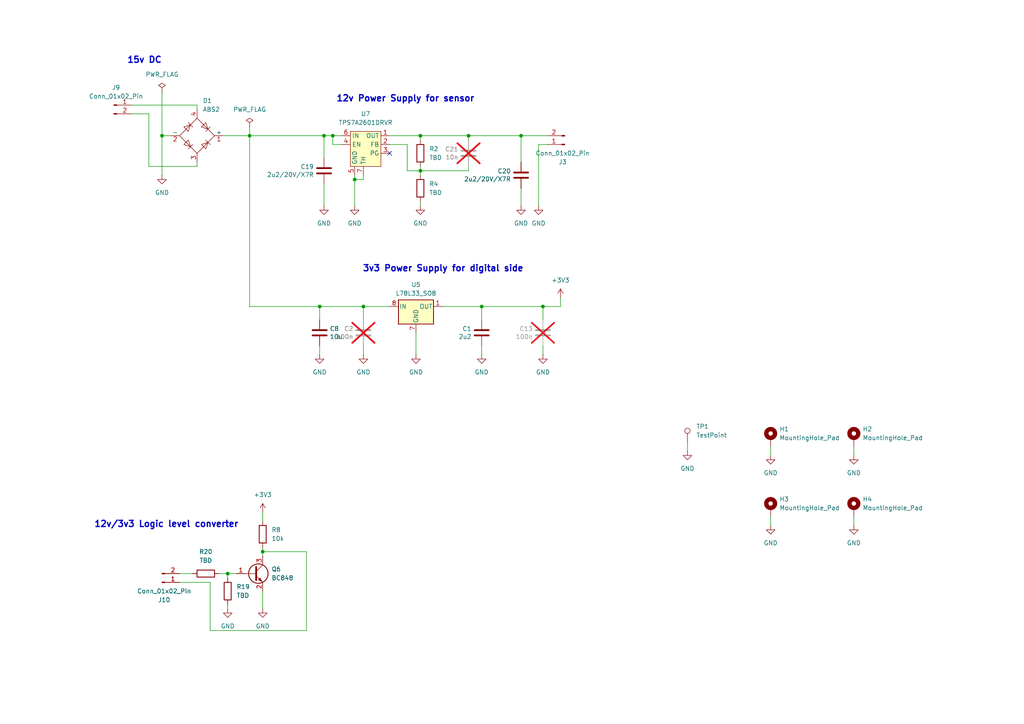
<source format=kicad_sch>
(kicad_sch (version 20250114) (generator "eeschema") (generator_version "9.0")
  (paper "A4")
  (lib_symbols
    (symbol "Connector:Conn_01x02_Pin" (pin_names (offset 1.016) (hide yes))
      (property "Reference" "J" (at 0 2.54 0))
      (property "Value" "Conn_01x02_Pin" (at 0 -5.08 0))
      (symbol "Conn_01x02_Pin_1_1"
        (rectangle (start 0.8636 0.127) (end 0 -0.127) (stroke (width 0.1524)) (fill (type outline)))
        (rectangle (start 0.8636 -2.413) (end 0 -2.667) (stroke (width 0.1524)) (fill (type outline)))
        (polyline (pts (xy 1.27 0) (xy 0.8636 0)) (stroke (width 0.1524)))
        (polyline (pts (xy 1.27 -2.54) (xy 0.8636 -2.54)) (stroke (width 0.1524)))
        (pin passive line (at 5.08 0 180) (length 3.81) (name "Pin_1") (number "1"))
        (pin passive line (at 5.08 -2.54 180) (length 3.81) (name "Pin_2") (number "2"))
      )
    )
    (symbol "Connector:TestPoint" (pin_numbers (hide yes)) (pin_names (offset 0.762) (hide yes))
      (property "Reference" "TP" (at 0 6.858 0))
      (property "Value" "TestPoint" (at 0 5.08 0))
      (symbol "TestPoint_0_1"
        (circle (center 0 3.302) (radius 0.762))
      )
      (symbol "TestPoint_1_1"
        (pin passive line (at 0 0 90) (length 2.54) (name "1") (number "1"))
      )
    )
    (symbol "Device:C" (pin_numbers (hide yes)) (pin_names (offset 0.254))
      (property "Reference" "C" (at 0.635 2.54 0))
      (property "Value" "C" (at 0.635 -2.54 0))
      (symbol "C_0_1"
        (polyline (pts (xy -2.032 0.762) (xy 2.032 0.762)) (stroke (width 0.508)))
        (polyline (pts (xy -2.032 -0.762) (xy 2.032 -0.762)) (stroke (width 0.508)))
      )
      (symbol "C_1_1"
        (pin passive line (at 0 3.81 270) (length 2.794) (name "~") (number "1"))
        (pin passive line (at 0 -3.81 90) (length 2.794) (name "~") (number "2"))
      )
    )
    (symbol "Device:R" (pin_numbers (hide yes)) (pin_names (offset 0))
      (property "Reference" "R" (at 2.032 0 90))
      (property "Value" "R" (at 0 0 90))
      (symbol "R_0_1"
        (rectangle (start -1.016 -2.54) (end 1.016 2.54) (stroke (width 0.254)))
      )
      (symbol "R_1_1"
        (pin passive line (at 0 3.81 270) (length 1.27) (name "~") (number "1"))
        (pin passive line (at 0 -3.81 90) (length 1.27) (name "~") (number "2"))
      )
    )
    (symbol "Diode_Bridge:ABS2" (pin_names (offset 0))
      (property "Reference" "D" (at 2.54 6.985 0))
      (property "Value" "ABS2" (at 2.54 5.08 0))
      (symbol "ABS2_0_1"
        (polyline (pts (xy -5.08 0) (xy 0 -5.08) (xy 5.08 0) (xy 0 5.08) (xy -5.08 0)))
        (polyline (pts (xy -3.81 2.54) (xy -2.54 1.27) (xy -1.905 3.175) (xy -3.81 2.54)))
        (polyline (pts (xy -2.54 3.81) (xy -1.27 2.54)))
        (polyline (pts (xy -2.54 -1.27) (xy -3.81 -2.54) (xy -1.905 -3.175) (xy -2.54 -1.27)))
        (polyline (pts (xy -1.27 -2.54) (xy -2.54 -3.81)))
        (polyline (pts (xy 1.27 2.54) (xy 2.54 3.81) (xy 3.175 1.905) (xy 1.27 2.54)))
        (polyline (pts (xy 2.54 1.27) (xy 3.81 2.54)))
        (polyline (pts (xy 2.54 -1.27) (xy 3.81 -2.54)))
        (polyline (pts (xy 3.175 -1.905) (xy 1.27 -2.54) (xy 2.54 -3.81) (xy 3.175 -1.905)))
      )
      (symbol "ABS2_1_1"
        (pin passive line (at -7.62 0 0) (length 2.54) (name "-") (number "2"))
        (pin passive line (at 0 7.62 270) (length 2.54) (name "~") (number "4"))
        (pin passive line (at 0 -7.62 90) (length 2.54) (name "~") (number "3"))
        (pin passive line (at 7.62 0 180) (length 2.54) (name "+") (number "1"))
      )
    )
    (symbol "Mechanical:MountingHole_Pad" (pin_numbers (hide yes)) (pin_names (offset 1.016) (hide yes)) (exclude_from_sim yes) (in_bom no)
      (property "Reference" "H" (at 0 6.35 0))
      (property "Value" "MountingHole_Pad" (at 0 4.445 0))
      (symbol "MountingHole_Pad_0_1"
        (circle (center 0 1.27) (radius 1.27) (stroke (width 1.27)))
      )
      (symbol "MountingHole_Pad_1_1"
        (pin input line (at 0 -2.54 90) (length 2.54) (name "1") (number "1"))
      )
    )
    (symbol "Regulator_Linear:L78L33_SO8" (pin_names (offset 0.254))
      (property "Reference" "U" (at -3.81 3.175 0))
      (property "Value" "L78L33_SO8" (at 0 3.175 0))
      (symbol "L78L33_SO8_0_1"
        (rectangle (start -5.08 1.905) (end 5.08 -5.08) (stroke (width 0.254)) (fill (type background)))
      )
      (symbol "L78L33_SO8_1_1"
        (pin power_in line (at -7.62 0 0) (length 2.54) (name "IN") (number "8"))
        (pin no_connect line (at -5.08 -2.54 0) (length 2.54) (hide yes) (name "NC") (number "4"))
        (pin passive line (at 0 -7.62 90) (length 2.54) (hide yes) (name "GND") (number "2"))
        (pin passive line (at 0 -7.62 90) (length 2.54) (hide yes) (name "GND") (number "3"))
        (pin passive line (at 0 -7.62 90) (length 2.54) (hide yes) (name "GND") (number "6"))
        (pin power_in line (at 0 -7.62 90) (length 2.54) (name "GND") (number "7"))
        (pin no_connect line (at 5.08 -2.54 180) (length 2.54) (hide yes) (name "NC") (number "5"))
        (pin power_out line (at 7.62 0 180) (length 2.54) (name "OUT") (number "1"))
      )
    )
    (symbol "TPS7A2601DRVR_1"
      (property "Reference" "U" (at 0 2.794 0))
      (property "Value" "TPS7A2601DRVR" (at 0.508 1.27 0))
      (symbol "TPS7A2601DRVR_1_1_1"
        (rectangle (start -3.81 0) (end 5.08 -10.16) (fill (type background)))
        (pin input line (at -6.35 -1.27 0) (length 2.54) (name "IN") (number "6"))
        (pin input line (at -6.35 -3.81 0) (length 2.54) (name "EN") (number "4"))
        (pin input line (at -2.54 -12.7 90) (length 2.54) (name "GND") (number "5"))
        (pin input line (at 0 -12.7 90) (length 2.54) (name "TH") (number "7"))
        (pin power_out line (at 7.62 -1.27 180) (length 2.54) (name "OUT") (number "1"))
        (pin input line (at 7.62 -3.81 180) (length 2.54) (name "FB") (number "2"))
        (pin input line (at 7.62 -6.35 180) (length 2.54) (name "PG") (number "3"))
      )
    )
    (symbol "Transistor_BJT:BC848" (pin_names (offset 0) (hide yes))
      (property "Reference" "Q" (at 5.08 1.905 0))
      (property "Value" "BC848" (at 5.08 0 0))
      (symbol "BC848_0_1"
        (polyline (pts (xy -2.54 0) (xy 0.635 0)))
        (polyline (pts (xy 0.635 1.905) (xy 0.635 -1.905)) (stroke (width 0.508)))
        (circle (center 1.27 0) (radius 2.8194) (stroke (width 0.254)))
      )
      (symbol "BC848_1_1"
        (polyline (pts (xy 0.635 0.635) (xy 2.54 2.54)))
        (polyline (pts (xy 0.635 -0.635) (xy 2.54 -2.54)))
        (polyline (pts (xy 1.27 -1.778) (xy 1.778 -1.27) (xy 2.286 -2.286) (xy 1.27 -1.778)) (fill (type outline)))
        (pin input line (at -5.08 0 0) (length 2.54) (name "B") (number "1"))
        (pin passive line (at 2.54 5.08 270) (length 2.54) (name "C") (number "3"))
        (pin passive line (at 2.54 -5.08 90) (length 2.54) (name "E") (number "2"))
      )
    )
    (symbol "power:+3V3" (power) (pin_numbers (hide yes)) (pin_names (offset 0) (hide yes))
      (property "Value" "+3V3" (at 0 3.556 0))
      (symbol "+3V3_0_1"
        (polyline (pts (xy -0.762 1.27) (xy 0 2.54)))
        (polyline (pts (xy 0 2.54) (xy 0.762 1.27)))
        (polyline (pts (xy 0 0) (xy 0 2.54)))
      )
      (symbol "+3V3_1_1"
        (pin power_in line (at 0 0 90) (length 0) (name "~") (number "1"))
      )
    )
    (symbol "power:GND" (power) (pin_numbers (hide yes)) (pin_names (offset 0) (hide yes))
      (property "Value" "GND" (at 0 -3.81 0))
      (symbol "GND_0_1"
        (polyline (pts (xy 0 0) (xy 0 -1.27) (xy 1.27 -1.27) (xy 0 -2.54) (xy -1.27 -1.27) (xy 0 -1.27)))
      )
      (symbol "GND_1_1"
        (pin power_in line (at 0 0 270) (length 0) (name "~") (number "1"))
      )
    )
    (symbol "power:PWR_FLAG" (power) (pin_numbers (hide yes)) (pin_names (offset 0) (hide yes))
      (property "Value" "PWR_FLAG" (at 0 3.81 0))
      (symbol "PWR_FLAG_0_0"
        (pin power_out line (at 0 0 90) (length 0) (name "~") (number "1"))
      )
      (symbol "PWR_FLAG_0_1"
        (polyline (pts (xy 0 0) (xy 0 1.27) (xy -1.016 1.905) (xy 0 2.54) (xy 1.016 1.905) (xy 0 1.27)))
      )
    )
  )
  (text "12v/3v3 Logic level converter" (at 48.26 152.146 0) (effects (font (size 1.8 1.8) (thickness 0.36) (bold yes))))
  (text "3v3 Power Supply for digital side" (at 128.524 77.978 0) (effects (font (size 1.8 1.8) (thickness 0.36) (bold yes))))
  (text "12v Power Supply for sensor\n" (at 117.602 28.702 0) (effects (font (size 1.8 1.8) (thickness 0.36) (bold yes))))
  (text "15v DC" (at 41.91 17.526 0) (effects (font (size 1.8 1.8) (thickness 0.36) (bold yes))))
  (junction (at 135.89 39.37))
  (junction (at 76.2 160.02))
  (junction (at 96.52 39.37))
  (junction (at 157.48 88.9))
  (junction (at 46.99 39.37))
  (junction (at 72.39 39.37))
  (junction (at 121.92 39.37))
  (junction (at 151.13 39.37))
  (junction (at 121.92 49.53))
  (junction (at 102.87 52.07))
  (junction (at 105.41 88.9))
  (junction (at 139.7 88.9))
  (junction (at 92.71 88.9))
  (junction (at 93.98 39.37))
  (junction (at 66.04 166.37))
  (no_connect (at 113.03 44.45))
  (wire (pts (xy 46.99 26.67) (xy 46.99 39.37)))
  (wire (pts (xy 157.48 88.9) (xy 162.56 88.9)))
  (wire (pts (xy 156.21 41.91) (xy 158.75 41.91)))
  (wire (pts (xy 121.92 49.53) (xy 121.92 50.8)))
  (wire (pts (xy 113.03 88.9) (xy 105.41 88.9)))
  (wire (pts (xy 135.89 39.37) (xy 135.89 40.64)))
  (wire (pts (xy 52.07 166.37) (xy 55.88 166.37)))
  (wire (pts (xy 38.1 30.48) (xy 57.15 30.48)))
  (wire (pts (xy 157.48 88.9) (xy 157.48 92.71)))
  (wire (pts (xy 139.7 88.9) (xy 157.48 88.9)))
  (wire (pts (xy 49.53 39.37) (xy 46.99 39.37)))
  (wire (pts (xy 76.2 148.59) (xy 76.2 151.13)))
  (wire (pts (xy 72.39 39.37) (xy 93.98 39.37)))
  (wire (pts (xy 139.7 100.33) (xy 139.7 102.87)))
  (wire (pts (xy 135.89 49.53) (xy 135.89 48.26)))
  (wire (pts (xy 247.65 149.86) (xy 247.65 152.4)))
  (wire (pts (xy 99.06 41.91) (xy 96.52 41.91)))
  (wire (pts (xy 43.18 33.02) (xy 38.1 33.02)))
  (wire (pts (xy 118.11 49.53) (xy 121.92 49.53)))
  (wire (pts (xy 66.04 166.37) (xy 68.58 166.37)))
  (wire (pts (xy 96.52 39.37) (xy 99.06 39.37)))
  (wire (pts (xy 102.87 52.07) (xy 102.87 59.69)))
  (wire (pts (xy 121.92 58.42) (xy 121.92 59.69)))
  (wire (pts (xy 66.04 166.37) (xy 66.04 167.64)))
  (wire (pts (xy 135.89 39.37) (xy 151.13 39.37)))
  (wire (pts (xy 105.41 88.9) (xy 105.41 92.71)))
  (wire (pts (xy 96.52 41.91) (xy 96.52 39.37)))
  (wire (pts (xy 88.9 160.02) (xy 88.9 182.88)))
  (wire (pts (xy 151.13 39.37) (xy 151.13 46.99)))
  (wire (pts (xy 118.11 41.91) (xy 118.11 49.53)))
  (wire (pts (xy 57.15 30.48) (xy 57.15 31.75)))
  (wire (pts (xy 121.92 39.37) (xy 121.92 40.64)))
  (wire (pts (xy 223.52 149.86) (xy 223.52 152.4)))
  (wire (pts (xy 102.87 52.07) (xy 105.41 52.07)))
  (wire (pts (xy 92.71 88.9) (xy 105.41 88.9)))
  (wire (pts (xy 121.92 49.53) (xy 121.92 48.26)))
  (wire (pts (xy 43.18 33.02) (xy 43.18 48.26)))
  (wire (pts (xy 223.52 129.54) (xy 223.52 132.08)))
  (wire (pts (xy 151.13 54.61) (xy 151.13 59.69)))
  (wire (pts (xy 76.2 160.02) (xy 88.9 160.02)))
  (wire (pts (xy 52.07 168.91) (xy 60.96 168.91)))
  (wire (pts (xy 113.03 39.37) (xy 121.92 39.37)))
  (wire (pts (xy 162.56 86.36) (xy 162.56 88.9)))
  (wire (pts (xy 57.15 48.26) (xy 43.18 48.26)))
  (wire (pts (xy 64.77 39.37) (xy 72.39 39.37)))
  (wire (pts (xy 92.71 100.33) (xy 92.71 102.87)))
  (wire (pts (xy 46.99 39.37) (xy 46.99 50.8)))
  (wire (pts (xy 60.96 168.91) (xy 60.96 182.88)))
  (wire (pts (xy 247.65 129.54) (xy 247.65 132.08)))
  (wire (pts (xy 121.92 39.37) (xy 135.89 39.37)))
  (wire (pts (xy 121.92 49.53) (xy 135.89 49.53)))
  (wire (pts (xy 199.39 128.27) (xy 199.39 130.81)))
  (wire (pts (xy 76.2 171.45) (xy 76.2 176.53)))
  (wire (pts (xy 120.65 96.52) (xy 120.65 102.87)))
  (wire (pts (xy 76.2 158.75) (xy 76.2 160.02)))
  (wire (pts (xy 57.15 46.99) (xy 57.15 48.26)))
  (wire (pts (xy 63.5 166.37) (xy 66.04 166.37)))
  (wire (pts (xy 88.9 182.88) (xy 60.96 182.88)))
  (wire (pts (xy 105.41 50.8) (xy 105.41 52.07)))
  (wire (pts (xy 93.98 53.34) (xy 93.98 59.69)))
  (wire (pts (xy 128.27 88.9) (xy 139.7 88.9)))
  (wire (pts (xy 105.41 102.87) (xy 105.41 100.33)))
  (wire (pts (xy 93.98 39.37) (xy 96.52 39.37)))
  (wire (pts (xy 93.98 45.72) (xy 93.98 39.37)))
  (wire (pts (xy 76.2 160.02) (xy 76.2 161.29)))
  (wire (pts (xy 157.48 100.33) (xy 157.48 102.87)))
  (wire (pts (xy 66.04 175.26) (xy 66.04 176.53)))
  (wire (pts (xy 151.13 39.37) (xy 158.75 39.37)))
  (wire (pts (xy 72.39 39.37) (xy 72.39 88.9)))
  (wire (pts (xy 139.7 88.9) (xy 139.7 92.71)))
  (wire (pts (xy 72.39 88.9) (xy 92.71 88.9)))
  (wire (pts (xy 156.21 41.91) (xy 156.21 59.69)))
  (wire (pts (xy 92.71 88.9) (xy 92.71 92.71)))
  (wire (pts (xy 113.03 41.91) (xy 118.11 41.91)))
  (wire (pts (xy 72.39 36.83) (xy 72.39 39.37)))
  (wire (pts (xy 102.87 50.8) (xy 102.87 52.07)))
  (symbol (lib_id "Device:C") (at 105.41 96.52 0) (mirror y) (unit 1) (dnp yes)
    (property "Reference" "C2" (at 102.489 95.3516 0) (effects (justify left)))
    (property "Value" "100n" (at 102.489 97.663 0) (effects (justify left)))
    (property "Footprint" "Capacitor_SMD:C_0805_2012Metric" (effects (hide yes)))
  )
  (symbol (lib_id "power:GND") (at 247.65 132.08 0) (unit 1)
    (property "Reference" "#PWR02" (effects (hide yes)))
    (property "Value" "GND" (at 247.65 137.16 0))
    (property "Description" "Power symbol creates a global label with name \"GND\" , ground" (effects (hide yes)))
  )
  (symbol (lib_id "power:GND") (at 46.99 50.8 0) (unit 1)
    (property "Reference" "#PWR3" (effects (hide yes)))
    (property "Value" "GND" (at 46.99 55.88 0))
    (property "Description" "Power symbol creates a global label with name \"GND\" , ground" (effects (hide yes)))
  )
  (symbol (lib_id "Mechanical:MountingHole_Pad") (at 247.65 127 0) (unit 1) (exclude_from_sim yes) (in_bom no)
    (property "Reference" "H2" (at 250.19 124.4599 0) (effects (justify left)))
    (property "Value" "MountingHole_Pad" (at 250.19 126.9999 0) (effects (justify left)))
    (property "Footprint" "MountingHole:MountingHole_2.5mm_Pad" (effects (hide yes)))
    (property "Description" "Mounting Hole with connection" (effects (hide yes)))
  )
  (symbol (lib_id "Device:C") (at 139.7 96.52 0) (mirror y) (unit 1)
    (property "Reference" "C1" (at 136.779 95.3516 0) (effects (justify left)))
    (property "Value" "2u2" (at 136.779 97.663 0) (effects (justify left)))
    (property "Footprint" "Capacitor_SMD:C_0805_2012Metric" (effects (hide yes)))
  )
  (symbol (lib_id "power:GND") (at 102.87 59.69 0) (unit 1)
    (property "Reference" "#PWR52" (effects (hide yes)))
    (property "Value" "GND" (at 102.87 64.77 0))
    (property "Description" "Power symbol creates a global label with name \"GND\" , ground" (effects (hide yes)))
  )
  (symbol (lib_id "power:GND") (at 223.52 152.4 0) (unit 1)
    (property "Reference" "#PWR04" (effects (hide yes)))
    (property "Value" "GND" (at 223.52 157.48 0))
    (property "Description" "Power symbol creates a global label with name \"GND\" , ground" (effects (hide yes)))
  )
  (symbol (lib_id "power:GND") (at 139.7 102.87 0) (unit 1)
    (property "Reference" "#PWR01" (effects (hide yes)))
    (property "Value" "GND" (at 139.7 107.95 0))
    (property "Description" "Power symbol creates a global label with name \"GND\" , ground" (effects (hide yes)))
  )
  (symbol (lib_id "power:GND") (at 105.41 102.87 0) (unit 1)
    (property "Reference" "#PWR22" (effects (hide yes)))
    (property "Value" "GND" (at 105.41 107.95 0))
    (property "Description" "Power symbol creates a global label with name \"GND\" , ground" (effects (hide yes)))
  )
  (symbol (lib_id "Mechanical:MountingHole_Pad") (at 223.52 147.32 0) (unit 1) (exclude_from_sim yes) (in_bom no)
    (property "Reference" "H3" (at 226.06 144.7799 0) (effects (justify left)))
    (property "Value" "MountingHole_Pad" (at 226.06 147.3199 0) (effects (justify left)))
    (property "Footprint" "MountingHole:MountingHole_2.5mm_Pad" (effects (hide yes)))
    (property "Description" "Mounting Hole with connection" (effects (hide yes)))
  )
  (symbol (lib_id "power:GND") (at 151.13 59.69 0) (unit 1)
    (property "Reference" "#PWR54" (effects (hide yes)))
    (property "Value" "GND" (at 151.13 64.77 0))
    (property "Description" "Power symbol creates a global label with name \"GND\" , ground" (effects (hide yes)))
  )
  (symbol (lib_id "power:GND") (at 76.2 176.53 0) (unit 1)
    (property "Reference" "#PWR20" (effects (hide yes)))
    (property "Value" "GND" (at 76.2 181.61 0))
    (property "Description" "Power symbol creates a global label with name \"GND\" , ground" (effects (hide yes)))
  )
  (symbol (lib_id "Connector:TestPoint") (at 199.39 128.27 0) (unit 1)
    (property "Reference" "TP1" (at 201.93 123.6979 0) (effects (justify left)))
    (property "Value" "TestPoint" (at 201.93 126.2379 0) (effects (justify left)))
    (property "Footprint" "TestPoint:TestPoint_Pad_D2.0mm" (effects (hide yes)))
    (property "Description" "test point" (effects (hide yes)))
  )
  (symbol (lib_id "power:+3V3") (at 162.56 86.36 0) (unit 1)
    (property "Reference" "#PWR51" (effects (hide yes)))
    (property "Value" "+3V3" (at 162.56 81.28 0))
    (property "Description" "Power symbol creates a global label with name \"+3V3\"" (effects (hide yes)))
  )
  (symbol (lib_id "power:+3V3") (at 76.2 148.59 0) (unit 1)
    (property "Reference" "#PWR57" (effects (hide yes)))
    (property "Value" "+3V3" (at 76.2 143.51 0))
    (property "Description" "Power symbol creates a global label with name \"+3V3\"" (effects (hide yes)))
  )
  (symbol (lib_id "power:GND") (at 93.98 59.69 0) (unit 1)
    (property "Reference" "#PWR56" (effects (hide yes)))
    (property "Value" "GND" (at 93.98 64.77 0))
    (property "Description" "Power symbol creates a global label with name \"GND\" , ground" (effects (hide yes)))
  )
  (symbol (lib_id "Device:C") (at 157.48 96.52 0) (mirror y) (unit 1) (dnp yes)
    (property "Reference" "C13" (at 154.559 95.3516 0) (effects (justify left)))
    (property "Value" "100n" (at 154.559 97.663 0) (effects (justify left)))
    (property "Footprint" "Capacitor_SMD:C_0805_2012Metric" (effects (hide yes)))
  )
  (symbol (lib_id "power:PWR_FLAG") (at 72.39 36.83 0) (unit 1)
    (property "Reference" "#FLG06" (effects (hide yes)))
    (property "Value" "PWR_FLAG" (at 72.39 31.75 0))
    (property "Description" "Special symbol for telling ERC where power comes from" (effects (hide yes)))
  )
  (symbol (lib_id "Diode_Bridge:ABS2") (at 57.15 39.37 0) (unit 1)
    (property "Reference" "D1" (at 58.8011 29.21 0) (effects (justify left)))
    (property "Value" "ABS2" (at 58.8011 31.75 0) (effects (justify left)))
    (property "Footprint" "Diode_SMD:Diode_Bridge_Diotec_ABS" (effects (hide yes)))
    (property "Datasheet" "https://diotec.com/tl_files/diotec/files/pdf/datasheets/abs2.pdf" (effects (hide yes)))
    (property "Description" "Miniature Glass Passivated Single-Phase Surface Mount Bridge Rectifiers, 140V Vrms, 0.8A If, ABS SMD package" (effects (hide yes)))
  )
  (symbol (lib_id "Device:R") (at 59.69 166.37 270) (unit 1)
    (property "Reference" "R20" (at 59.69 160.02 90))
    (property "Value" "TBD" (at 59.69 162.56 90))
    (property "Footprint" "Resistor_SMD:R_0805_2012Metric" (effects (hide yes)))
  )
  (symbol (lib_id "power:GND") (at 121.92 59.69 0) (unit 1)
    (property "Reference" "#PWR53" (effects (hide yes)))
    (property "Value" "GND" (at 121.92 64.77 0))
    (property "Description" "Power symbol creates a global label with name \"GND\" , ground" (effects (hide yes)))
  )
  (symbol (lib_id "power:GND") (at 66.04 176.53 0) (unit 1)
    (property "Reference" "#PWR58" (effects (hide yes)))
    (property "Value" "GND" (at 66.04 181.61 0))
    (property "Description" "Power symbol creates a global label with name \"GND\" , ground" (effects (hide yes)))
  )
  (symbol (lib_id "Mechanical:MountingHole_Pad") (at 247.65 147.32 0) (unit 1) (exclude_from_sim yes) (in_bom no)
    (property "Reference" "H4" (at 250.19 144.7799 0) (effects (justify left)))
    (property "Value" "MountingHole_Pad" (at 250.19 147.3199 0) (effects (justify left)))
    (property "Footprint" "MountingHole:MountingHole_2.5mm_Pad" (effects (hide yes)))
    (property "Description" "Mounting Hole with connection" (effects (hide yes)))
  )
  (symbol (lib_id "power:GND") (at 199.39 130.81 0) (unit 1)
    (property "Reference" "#PWR06" (effects (hide yes)))
    (property "Value" "GND" (at 199.39 135.89 0))
    (property "Description" "Power symbol creates a global label with name \"GND\" , ground" (effects (hide yes)))
  )
  (symbol (lib_id "power:GND") (at 156.21 59.69 0) (unit 1)
    (property "Reference" "#PWR55" (effects (hide yes)))
    (property "Value" "GND" (at 156.21 64.77 0))
    (property "Description" "Power symbol creates a global label with name \"GND\" , ground" (effects (hide yes)))
  )
  (symbol (lib_id "Connector:Conn_01x02_Pin") (at 163.83 41.91 180) (unit 1)
    (property "Reference" "J3" (at 163.195 46.99 0))
    (property "Value" "Conn_01x02_Pin" (at 163.195 44.45 0))
    (property "Footprint" "Connector_PinHeader_2.54mm:PinHeader_1x02_P2.54mm_Horizontal" (effects (hide yes)))
    (property "Description" "Generic connector, single row, 01x02, script generated" (effects (hide yes)))
  )
  (symbol (lib_id "Connector:Conn_01x02_Pin") (at 33.02 30.48 0) (unit 1)
    (property "Reference" "J9" (at 33.655 25.4 0))
    (property "Value" "Conn_01x02_Pin" (at 33.655 27.94 0))
    (property "Footprint" "Connector_PinHeader_2.54mm:PinHeader_1x02_P2.54mm_Horizontal" (effects (hide yes)))
    (property "Description" "Generic connector, single row, 01x02, script generated" (effects (hide yes)))
  )
  (symbol (lib_id "power:PWR_FLAG") (at 46.99 26.67 0) (unit 1)
    (property "Reference" "#FLG01" (effects (hide yes)))
    (property "Value" "PWR_FLAG" (at 46.99 21.59 0))
    (property "Description" "Special symbol for telling ERC where power comes from" (effects (hide yes)))
  )
  (symbol (lib_id "Mechanical:MountingHole_Pad") (at 223.52 127 0) (unit 1) (exclude_from_sim yes) (in_bom no)
    (property "Reference" "H1" (at 226.06 124.4599 0) (effects (justify left)))
    (property "Value" "MountingHole_Pad" (at 226.06 126.9999 0) (effects (justify left)))
    (property "Footprint" "MountingHole:MountingHole_2.5mm_Pad" (effects (hide yes)))
    (property "Description" "Mounting Hole with connection" (effects (hide yes)))
  )
  (symbol (lib_name "TPS7A2601DRVR_1") (lib_id "AuxiliaryBoard:TPS7A2601DRVR") (at 105.41 38.1 0) (unit 1)
    (property "Reference" "U7" (at 106.045 33.02 0))
    (property "Value" "TPS7A2601DRVR" (at 106.045 35.56 0))
    (property "Footprint" "Package_SON:WSON-6-1EP_2x2mm_P0.65mm_EP1x1.6mm" (effects (hide yes)))
    (property "Description" "https://www.ti.com/lit/ds/symlink/tps7a26.pdf?ts=1728481295936&ref_url=https%253A%252F%252Fwww.mouser.fr%252F" (effects (hide yes)))
  )
  (symbol (lib_id "Transistor_BJT:BC848") (at 73.66 166.37 0) (unit 1)
    (property "Reference" "Q6" (at 78.74 165.0999 0) (effects (justify left)))
    (property "Value" "BC848" (at 78.74 167.6399 0) (effects (justify left)))
    (property "Footprint" "Package_TO_SOT_SMD:SOT-23" (effects (hide yes)))
    (property "Datasheet" "http://www.infineon.com/dgdl/Infineon-BC847SERIES_BC848SERIES_BC849SERIES_BC850SERIES-DS-v01_01-en.pdf?fileId=db3a304314dca389011541d4630a1657" (effects (hide yes)))
    (property "Description" "0.1A Ic, 30V Vce, NPN Transistor, SOT-23" (effects (hide yes)))
  )
  (symbol (lib_id "Device:C") (at 151.13 50.8 0) (mirror y) (unit 1)
    (property "Reference" "C20" (at 148.209 49.6316 0) (effects (justify left)))
    (property "Value" "2u2/20V/X7R" (at 148.209 51.943 0) (effects (justify left)))
    (property "Footprint" "Capacitor_SMD:C_0805_2012Metric" (effects (hide yes)))
  )
  (symbol (lib_id "power:GND") (at 247.65 152.4 0) (unit 1)
    (property "Reference" "#PWR05" (effects (hide yes)))
    (property "Value" "GND" (at 247.65 157.48 0))
    (property "Description" "Power symbol creates a global label with name \"GND\" , ground" (effects (hide yes)))
  )
  (symbol (lib_id "Device:R") (at 76.2 154.94 180) (unit 1)
    (property "Reference" "R8" (at 78.74 153.6699 0) (effects (justify right)))
    (property "Value" "10k" (at 78.74 156.2099 0) (effects (justify right)))
    (property "Footprint" "Resistor_SMD:R_0805_2012Metric" (effects (hide yes)))
  )
  (symbol (lib_id "Device:R") (at 121.92 54.61 180) (unit 1)
    (property "Reference" "R4" (at 124.46 53.3399 0) (effects (justify right)))
    (property "Value" "TBD" (at 124.46 55.8799 0) (effects (justify right)))
    (property "Footprint" "Resistor_THT:R_Axial_DIN0204_L3.6mm_D1.6mm_P5.08mm_Horizontal" (effects (hide yes)))
  )
  (symbol (lib_id "Connector:Conn_01x02_Pin") (at 46.99 168.91 0) (mirror x) (unit 1)
    (property "Reference" "J10" (at 47.625 173.99 0))
    (property "Value" "Conn_01x02_Pin" (at 47.625 171.45 0))
    (property "Footprint" "Connector_PinHeader_2.54mm:PinHeader_1x02_P2.54mm_Horizontal" (effects (hide yes)))
    (property "Description" "Generic connector, single row, 01x02, script generated" (effects (hide yes)))
  )
  (symbol (lib_id "Device:C") (at 92.71 96.52 0) (unit 1)
    (property "Reference" "C8" (at 95.631 95.3516 0) (effects (justify left)))
    (property "Value" "10u" (at 95.631 97.663 0) (effects (justify left)))
    (property "Footprint" "Capacitor_SMD:C_0805_2012Metric" (effects (hide yes)))
  )
  (symbol (lib_id "Regulator_Linear:L78L33_SO8") (at 120.65 88.9 0) (unit 1)
    (property "Reference" "U5" (at 120.65 82.55 0))
    (property "Value" "L78L33_SO8" (at 120.65 85.09 0))
    (property "Footprint" "Package_SO:SOIC-8_3.9x4.9mm_P1.27mm" (effects (hide yes)))
    (property "Datasheet" "http://www.st.com/content/ccc/resource/technical/document/datasheet/15/55/e5/aa/23/5b/43/fd/CD00000446.pdf/files/CD00000446.pdf/jcr:content/translations/en.CD00000446.pdf" (effects (hide yes)))
    (property "Description" "Positive 100mA 30V Linear Regulator, Fixed Output 3.3V, SO-8" (effects (hide yes)))
  )
  (symbol (lib_id "power:GND") (at 223.52 132.08 0) (unit 1)
    (property "Reference" "#PWR14" (effects (hide yes)))
    (property "Value" "GND" (at 223.52 137.16 0))
    (property "Description" "Power symbol creates a global label with name \"GND\" , ground" (effects (hide yes)))
  )
  (symbol (lib_id "Device:C") (at 135.89 44.45 0) (mirror y) (unit 1) (dnp yes)
    (property "Reference" "C21" (at 132.969 43.2816 0) (effects (justify left)))
    (property "Value" "10n" (at 132.969 45.593 0) (effects (justify left)))
    (property "Footprint" "Capacitor_SMD:C_0805_2012Metric" (effects (hide yes)))
  )
  (symbol (lib_id "Device:R") (at 66.04 171.45 180) (unit 1)
    (property "Reference" "R19" (at 68.58 170.1799 0) (effects (justify right)))
    (property "Value" "TBD" (at 68.58 172.7199 0) (effects (justify right)))
    (property "Footprint" "Resistor_SMD:R_0805_2012Metric" (effects (hide yes)))
  )
  (symbol (lib_id "power:GND") (at 120.65 102.87 0) (unit 1)
    (property "Reference" "#PWR23" (effects (hide yes)))
    (property "Value" "GND" (at 120.65 107.95 0))
    (property "Description" "Power symbol creates a global label with name \"GND\" , ground" (effects (hide yes)))
  )
  (symbol (lib_id "power:GND") (at 157.48 102.87 0) (unit 1)
    (property "Reference" "#PWR38" (effects (hide yes)))
    (property "Value" "GND" (at 157.48 107.95 0))
    (property "Description" "Power symbol creates a global label with name \"GND\" , ground" (effects (hide yes)))
  )
  (symbol (lib_id "Device:C") (at 93.98 49.53 0) (mirror y) (unit 1)
    (property "Reference" "C19" (at 91.059 48.3616 0) (effects (justify left)))
    (property "Value" "2u2/20V/X7R" (at 91.059 50.673 0) (effects (justify left)))
    (property "Footprint" "Capacitor_SMD:C_0805_2012Metric" (effects (hide yes)))
  )
  (symbol (lib_id "Device:R") (at 121.92 44.45 180) (unit 1)
    (property "Reference" "R2" (at 124.46 43.1799 0) (effects (justify right)))
    (property "Value" "TBD" (at 124.46 45.7199 0) (effects (justify right)))
    (property "Footprint" "Resistor_THT:R_Axial_DIN0204_L3.6mm_D1.6mm_P5.08mm_Horizontal" (effects (hide yes)))
  )
  (symbol (lib_id "power:GND") (at 92.71 102.87 0) (unit 1)
    (property "Reference" "#PWR21" (effects (hide yes)))
    (property "Value" "GND" (at 92.71 107.95 0))
    (property "Description" "Power symbol creates a global label with name \"GND\" , ground" (effects (hide yes)))
  )
)
</source>
